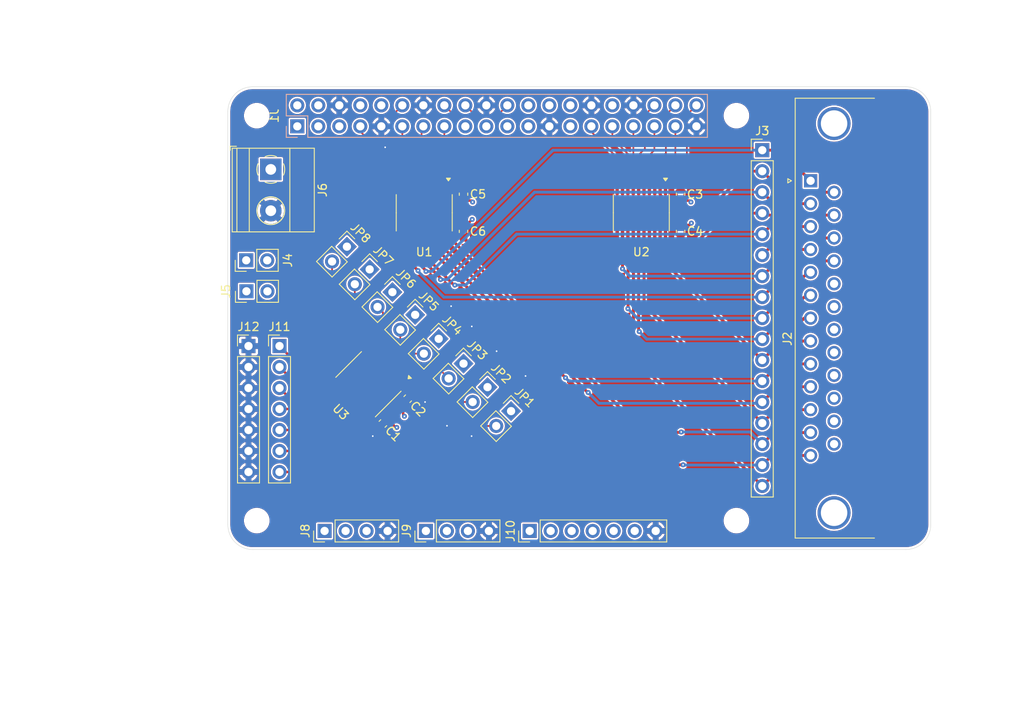
<source format=kicad_pcb>
(kicad_pcb
	(version 20240108)
	(generator "pcbnew")
	(generator_version "8.0")
	(general
		(thickness 1.6)
		(legacy_teardrops no)
	)
	(paper "A4")
	(layers
		(0 "F.Cu" signal)
		(1 "In1.Cu" signal)
		(2 "In2.Cu" signal)
		(31 "B.Cu" mixed)
		(32 "B.Adhes" user "B.Adhesive")
		(33 "F.Adhes" user "F.Adhesive")
		(34 "B.Paste" user)
		(35 "F.Paste" user)
		(36 "B.SilkS" user "B.Silkscreen")
		(37 "F.SilkS" user "F.Silkscreen")
		(38 "B.Mask" user)
		(39 "F.Mask" user)
		(40 "Dwgs.User" user "User.Drawings")
		(41 "Cmts.User" user "User.Comments")
		(42 "Eco1.User" user "User.Eco1")
		(43 "Eco2.User" user "User.Eco2")
		(44 "Edge.Cuts" user)
		(45 "Margin" user)
		(46 "B.CrtYd" user "B.Courtyard")
		(47 "F.CrtYd" user "F.Courtyard")
		(48 "B.Fab" user)
		(49 "F.Fab" user)
		(50 "User.1" user)
		(51 "User.2" user)
		(52 "User.3" user)
		(53 "User.4" user)
		(54 "User.5" user)
		(55 "User.6" user)
		(56 "User.7" user)
		(57 "User.8" user)
		(58 "User.9" user)
	)
	(setup
		(stackup
			(layer "F.SilkS"
				(type "Top Silk Screen")
			)
			(layer "F.Paste"
				(type "Top Solder Paste")
			)
			(layer "F.Mask"
				(type "Top Solder Mask")
				(thickness 0.01)
			)
			(layer "F.Cu"
				(type "copper")
				(thickness 0.035)
			)
			(layer "dielectric 1"
				(type "prepreg")
				(thickness 0.1)
				(material "FR4")
				(epsilon_r 4.5)
				(loss_tangent 0.02)
			)
			(layer "In1.Cu"
				(type "copper")
				(thickness 0.035)
			)
			(layer "dielectric 2"
				(type "core")
				(thickness 1.24)
				(material "FR4")
				(epsilon_r 4.5)
				(loss_tangent 0.02)
			)
			(layer "In2.Cu"
				(type "copper")
				(thickness 0.035)
			)
			(layer "dielectric 3"
				(type "prepreg")
				(thickness 0.1)
				(material "FR4")
				(epsilon_r 4.5)
				(loss_tangent 0.02)
			)
			(layer "B.Cu"
				(type "copper")
				(thickness 0.035)
			)
			(layer "B.Mask"
				(type "Bottom Solder Mask")
				(thickness 0.01)
			)
			(layer "B.Paste"
				(type "Bottom Solder Paste")
			)
			(layer "B.SilkS"
				(type "Bottom Silk Screen")
			)
			(copper_finish "None")
			(dielectric_constraints no)
		)
		(pad_to_mask_clearance 0)
		(allow_soldermask_bridges_in_footprints no)
		(pcbplotparams
			(layerselection 0x00010fc_ffffffff)
			(plot_on_all_layers_selection 0x0000000_00000000)
			(disableapertmacros no)
			(usegerberextensions no)
			(usegerberattributes yes)
			(usegerberadvancedattributes yes)
			(creategerberjobfile yes)
			(dashed_line_dash_ratio 12.000000)
			(dashed_line_gap_ratio 3.000000)
			(svgprecision 4)
			(plotframeref no)
			(viasonmask no)
			(mode 1)
			(useauxorigin no)
			(hpglpennumber 1)
			(hpglpenspeed 20)
			(hpglpendiameter 15.000000)
			(pdf_front_fp_property_popups yes)
			(pdf_back_fp_property_popups yes)
			(dxfpolygonmode yes)
			(dxfimperialunits yes)
			(dxfusepcbnewfont yes)
			(psnegative no)
			(psa4output no)
			(plotreference yes)
			(plotvalue yes)
			(plotfptext yes)
			(plotinvisibletext no)
			(sketchpadsonfab no)
			(subtractmaskfromsilk no)
			(outputformat 1)
			(mirror no)
			(drillshape 1)
			(scaleselection 1)
			(outputdirectory "")
		)
	)
	(net 0 "")
	(net 1 "A-STEP-RPI")
	(net 2 "E-STOP-RPI")
	(net 3 "A-DIR-RPI")
	(net 4 "GND")
	(net 5 "Y-HOME-RPI")
	(net 6 "Z-STEP-RPI")
	(net 7 "ENABLE-RPI")
	(net 8 "X-HOME-RPI")
	(net 9 "Z-HOME-RPI")
	(net 10 "Z-DIR-RPI")
	(net 11 "SPINDLE-PWM-RPI")
	(net 12 "SPINDLE-ON-RPI")
	(net 13 "X-STEP-RPI")
	(net 14 "Y-STEP-RPI")
	(net 15 "Y-DIR-RPI")
	(net 16 "X-DIR-RPI")
	(net 17 "unconnected-(J2-P25-Pad25)")
	(net 18 "unconnected-(J2-P24-Pad24)")
	(net 19 "unconnected-(J2-P23-Pad23)")
	(net 20 "unconnected-(J2-P22-Pad22)")
	(net 21 "unconnected-(J2-P18-Pad18)")
	(net 22 "unconnected-(J2-P21-Pad21)")
	(net 23 "unconnected-(J2-P19-Pad19)")
	(net 24 "unconnected-(J2-P20-Pad20)")
	(net 25 "A-STEP-PORT")
	(net 26 "X-HOME-PORT")
	(net 27 "Y-STEP-PORT")
	(net 28 "X-DIR-PORT")
	(net 29 "A-DIR-PORT")
	(net 30 "X-STEP-PORT")
	(net 31 "SPINDLE-ON-PORT")
	(net 32 "SPINDLE-PWM-PORT")
	(net 33 "Z-STEP-PORT")
	(net 34 "Y-DIR-PORT")
	(net 35 "ENABLE-PORT")
	(net 36 "Y-HOME-PORT")
	(net 37 "E-STOP-PORT")
	(net 38 "PROBE-PORT")
	(net 39 "Z-HOME-PORT")
	(net 40 "Z-DIR-PORT")
	(net 41 "PROBE-RPI")
	(net 42 "GPIO_HIGH_VCC")
	(net 43 "3.3V")
	(net 44 "5V")
	(net 45 "SHIFTERS_EN")
	(net 46 "~{SPI-CE1-RPI}")
	(net 47 "SPI-SCLK-RPI")
	(net 48 "UART-TX")
	(net 49 "~{SPI-CE0-RPI}")
	(net 50 "UART-RX")
	(net 51 "SPI-MOSI-RPI")
	(net 52 "EXTRA-PWM-RPI")
	(net 53 "SPI-MISO-RPI")
	(net 54 "EXTRA-PWM-PORT")
	(net 55 "I2C0-SDA-RPI")
	(net 56 "I2C1-SCL-RPI")
	(net 57 "I2C0-SCL-RPI")
	(net 58 "I2C1-SDA-RPI")
	(net 59 "Net-(J11-Pin_6)")
	(net 60 "Net-(J11-Pin_3)")
	(net 61 "Net-(J11-Pin_4)")
	(net 62 "Net-(J11-Pin_7)")
	(net 63 "Net-(J11-Pin_1)")
	(net 64 "Net-(J11-Pin_2)")
	(net 65 "Net-(J11-Pin_5)")
	(net 66 "Net-(JP1-B)")
	(net 67 "Net-(JP2-B)")
	(net 68 "Net-(JP3-B)")
	(net 69 "Net-(JP4-B)")
	(net 70 "Net-(JP5-B)")
	(net 71 "Net-(JP6-B)")
	(net 72 "Net-(JP7-B)")
	(net 73 "Net-(JP8-B)")
	(footprint "Capacitor_SMD:C_0603_1608Metric" (layer "F.Cu") (at 68.75 90.75 45))
	(footprint "Connector_PinHeader_2.54mm:PinHeader_1x02_P2.54mm_Vertical" (layer "F.Cu") (at 78.5 83.5 -45))
	(footprint "Connector_PinHeader_2.54mm:PinHeader_1x02_P2.54mm_Vertical" (layer "F.Cu") (at 64.401562 69.348439 -45))
	(footprint "Connector_PinHeader_2.54mm:PinHeader_1x02_P2.54mm_Vertical" (layer "F.Cu") (at 81.401562 86.348439 -45))
	(footprint "Capacitor_SMD:C_0603_1608Metric" (layer "F.Cu") (at 78.5 67.5 90))
	(footprint "MountingHole:MountingHole_2.7mm_M2.5_ISO14580" (layer "F.Cu") (at 111.5 102.5))
	(footprint "Connector_PinHeader_2.54mm:PinHeader_1x02_P2.54mm_Vertical" (layer "F.Cu") (at 75.5 80.5 -45))
	(footprint "Connector_PinHeader_2.54mm:PinHeader_1x04_P2.54mm_Vertical" (layer "F.Cu") (at 73.95 103.75 90))
	(footprint "Connector_PinHeader_2.54mm:PinHeader_1x07_P2.54mm_Vertical" (layer "F.Cu") (at 56.25 81.375))
	(footprint "Connector_PinHeader_2.54mm:PinHeader_1x07_P2.54mm_Vertical" (layer "F.Cu") (at 86.5 103.75 90))
	(footprint "Package_SO:TSSOP-20_4.4x6.5mm_P0.65mm" (layer "F.Cu") (at 100 65.25 -90))
	(footprint "Connector_PinHeader_2.54mm:PinHeader_1x02_P2.54mm_Vertical" (layer "F.Cu") (at 52.225 71 90))
	(footprint "Connector_PinHeader_2.54mm:PinHeader_1x02_P2.54mm_Vertical" (layer "F.Cu") (at 52.25 74.75 90))
	(footprint "Connector_PinHeader_2.54mm:PinHeader_1x02_P2.54mm_Vertical" (layer "F.Cu") (at 67.151562 72.098439 -45))
	(footprint "MountingHole:MountingHole_2.7mm_M2.5_ISO14580" (layer "F.Cu") (at 111.5 53.5))
	(footprint "Connector_PinHeader_2.54mm:PinHeader_1x02_P2.54mm_Vertical" (layer "F.Cu") (at 84.25 89.25 -45))
	(footprint "Connector_PinHeader_2.54mm:PinHeader_1x04_P2.54mm_Vertical" (layer "F.Cu") (at 61.7 103.75 90))
	(footprint "Capacitor_SMD:C_0603_1608Metric" (layer "F.Cu") (at 104.75 67.5 90))
	(footprint "TerminalBlock_Phoenix:TerminalBlock_Phoenix_MKDS-1,5-2_1x02_P5.00mm_Horizontal" (layer "F.Cu") (at 55.195 60 -90))
	(footprint "Connector_PinHeader_2.54mm:PinHeader_1x17_P2.54mm_Vertical" (layer "F.Cu") (at 114.625 57.675))
	(footprint "Connector_Dsub:DSUB-25_Female_Horizontal_P2.77x2.84mm_EdgePinOffset4.94mm_Housed_MountingHolesOffset4.94mm" (layer "F.Cu") (at 120.469669 61.38 90))
	(footprint "MountingHole:MountingHole_2.7mm_M2.5_ISO14580" (layer "F.Cu") (at 53.5 102.5))
	(footprint "Connector_PinHeader_2.54mm:PinHeader_1x02_P2.54mm_Vertical" (layer "F.Cu") (at 72.651562 77.598439 -45))
	(footprint "MountingHole:MountingHole_2.7mm_M2.5_ISO14580" (layer "F.Cu") (at 53.5 53.5))
	(footprint "Package_SO:TSSOP-20_4.4x6.5mm_P0.65mm" (layer "F.Cu") (at 73.75 65.25 -90))
	(footprint "Package_SO:TSSOP-20_4.4x6.5mm_P0.65mm" (layer "F.Cu") (at 67 86 -135))
	(footprint "Capacitor_SMD:C_0603_1608Metric" (layer "F.Cu") (at 71.75 87.75 -135))
	(footprint "Capacitor_SMD:C_0603_1608Metric" (layer "F.Cu") (at 78.5 63 -90))
	(footprint "Capacitor_SMD:C_0603_1608Metric" (layer "F.Cu") (at 104.75 63 -90))
	(footprint "Connector_PinHeader_2.54mm:PinHeader_1x07_P2.54mm_Vertical" (layer "F.Cu") (at 52.5 81.375))
	(footprint "Connector_PinHeader_2.54mm:PinHeader_1x02_P2.54mm_Vertical" (layer "F.Cu") (at 69.901562 74.848439 -45))
	(footprint "Connector_PinSocket_2.54mm:PinSocket_2x20_P2.54mm_Vertical"
		(locked yes)
		(layer "B.Cu")
		(uuid "049f810c-18c0-496a-af65-fa63c7c6ab85")
		(at 58.4 54.79 -90)
		(descr "Through hole straight socket strip, 2x20, 2.54mm pitch, double cols (from Kicad 4.0.7), script generated")
		(tags "Through hole socket strip THT 2x20 2.54mm double row")
		(property "Reference" "J1"
			(at -1.27 2.77 90)
			(layer "F.SilkS")
			(uuid "543499aa-57b8-47cc-8080-03992c3d5784")
			(effects
				(font
					(size 1 1)
					(thickness 0.153)
				)
				(justify mirror)
			)
		)
		(property "Value" "Raspberry_Pi_4"
			(at -1.270001 -51.03 90)
			(layer "B.Fab")
			(uuid "ad15278d-0f34-46a3-96a7-ed1aee642a37")
			(effects
				(font
					(size 1 1)
					(thickness 0.15)
				)
				(justify mirror)
			)
		)
		(property "Footprint" "Connector_PinSocket_2.54mm:PinSocket_2x20_P2.54mm_Vertical"
			(at 0 0 90)
			(unlocked yes)
			(layer "B.Fab")
			(hide yes)
			(uuid "8c302060-b2e1-4d0a-9156-c44bbeccef0f")
			(effects
				(font
					(size 1.27 1.27)
					(thickness 0.15)
				)
				(justify mirror)
			)
		)
		(property "Datasheet" "https://datasheets.raspberrypi.com/rpi4/raspberry-pi-4-datasheet.pdf"
			(at 0 0 90)
			(unlocked yes)
			(layer "B.Fab")
			(hide yes)
			(uuid "b1031626-2755-4782-ac59-00ed31fe9b02")
			(effects
				(font
					(size 1.27 1.27)
					(thickness 0.15)
				)
				(justify mirror)
			)
		)
		(property "Description" "Raspberry Pi 4 Model B"
			(at 0 0 90)
			(unlocked yes)
			(layer "B.Fab")
			(hide yes)
			(uuid "9518a300-a9b7-402a-b11d-bb683c60ed47")
			(effects
				(font
					(size 1.27 1.27)
					(thickness 0.15)
				)
				(justify mirror)
			)
		)
		(property ki_fp_filters "PinHeader*2x20*P2.54mm*Vertical* PinSocket*2x20*P2.54mm*Vertical*")
		(path "/99516962-0f5e-43f7-9ec8-a3e4de5ccb61")
		(sheetname "Root")
		(sheetfile "rpi_cnc_header.kicad_sch")
		(attr through_hole)
		(fp_line
			(start -1.270001 1.33)
			(end -3.87 1.33)
			(stroke
				(width 0.12)
				(type solid)
			)
			(layer "B.SilkS")
			(uuid "50f5f71f-0a67-4ef0-9bcb-b66053901461")
		)
		(fp_line
			(start 1.33 1.33)
			(end 0 1.33)
			(stroke
				(width 0.12)
				(type solid)
			)
			(layer "B.SilkS")
			(uuid "93d6869e-bb93-4089-a06e-05e930da4344")
		)
		(fp_line
			(start 1.33 0)
			(end 1.33 1.33)
			(stroke
				(width 0.12)
				(type solid)
			)
			(layer "B.SilkS")
			(uuid "0454b33e-9510-46c9-ae9b-3fdde4f7d1c9")
		)
		(fp_line
			(start -1.27 -1.27)
			(end -1.270001 1.33)
			(stroke
				(width 0.12)
				(type solid)
			)
			(layer "B.SilkS")
			(uuid "df432b2f-1794-47ac-b779-ce7d6b9d8fae")
		)
		(fp_line
			(start 1.33 -1.270001)
			(end -1.27 -1.27)
			(stroke
				(width 0.12)
				(type solid)
			)
			(layer "B.SilkS")
			(uuid "6dca0214-edad-410f-959c-bb162ede5af0")
		)
		(fp_line
			(start -3.87 -49.59)
			(end -3.87 1.33)
			(stroke
				(width 0.12)
				(type solid)
			)
			(layer "B.SilkS")
			(uuid "fcf00067-2191-4da2-9e5b-168f5e9d6eb9")
		)
		(fp_line
		
... [1078310 chars truncated]
</source>
